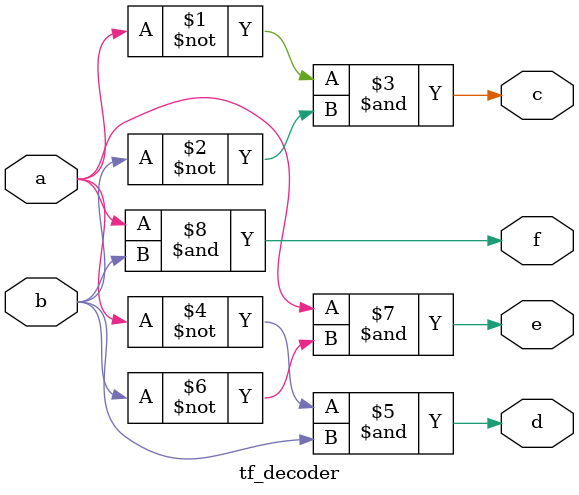
<source format=v>
module tf_decoder(a,b,c,d,e,f);
input a,b;
output c,d,e,f;

assign c = (~a)&(~b);
assign d = (~a)&(b);
assign e = (a)&(~b);
assign f = (a)&(b);

endmodule

</source>
